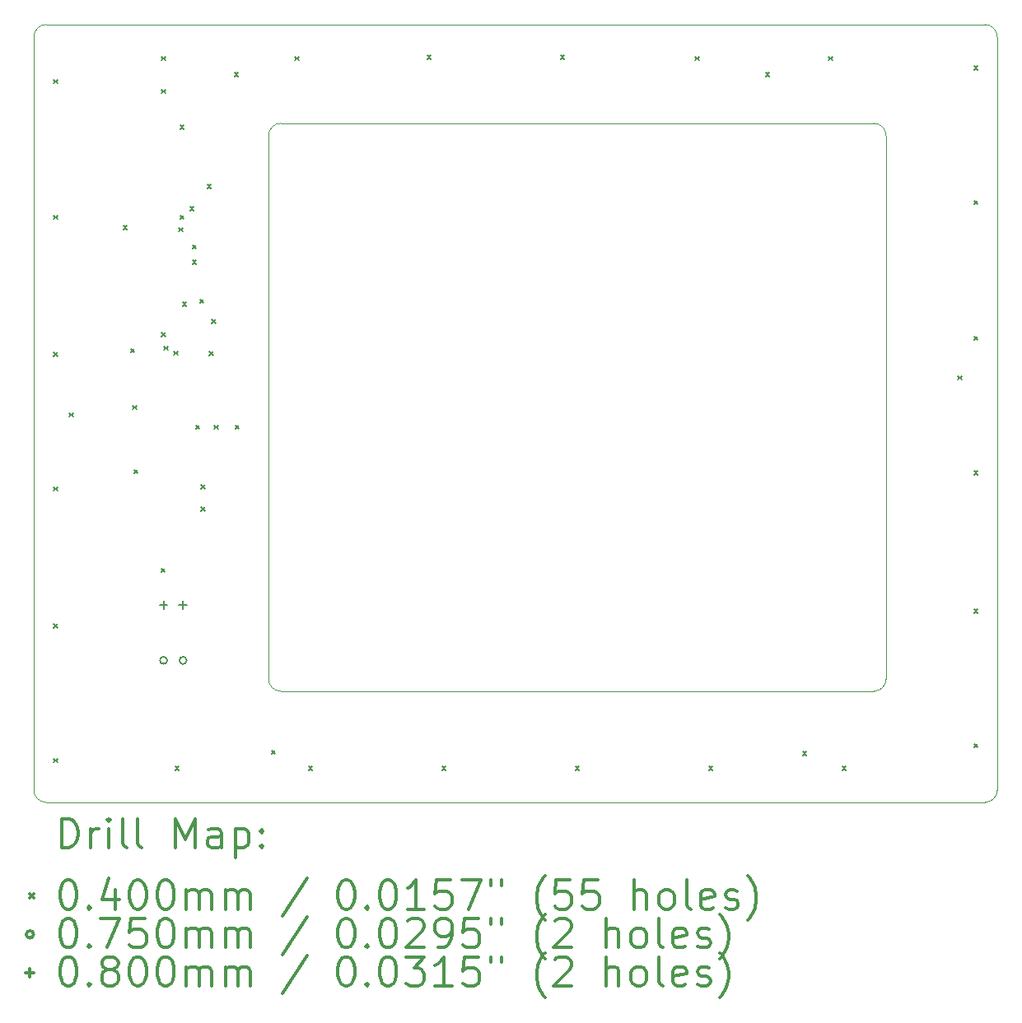
<source format=gbr>
%FSLAX45Y45*%
G04 Gerber Fmt 4.5, Leading zero omitted, Abs format (unit mm)*
G04 Created by KiCad (PCBNEW 5.1.10) date 2021-05-09 13:28:22*
%MOMM*%
%LPD*%
G01*
G04 APERTURE LIST*
%TA.AperFunction,Profile*%
%ADD10C,0.050000*%
%TD*%
%ADD11C,0.200000*%
%ADD12C,0.300000*%
G04 APERTURE END LIST*
D10*
X12954000Y-2794000D02*
G75*
G02*
X13081000Y-2921000I0J-127000D01*
G01*
X13081000Y-10668000D02*
G75*
G02*
X12954000Y-10795000I-127000J0D01*
G01*
X3302000Y-10795000D02*
G75*
G02*
X3175000Y-10668000I0J127000D01*
G01*
X3175000Y-2921000D02*
G75*
G02*
X3302000Y-2794000I127000J0D01*
G01*
X11811000Y-3810000D02*
G75*
G02*
X11938000Y-3937000I0J-127000D01*
G01*
X11938000Y-9525000D02*
G75*
G02*
X11811000Y-9652000I-127000J0D01*
G01*
X5715000Y-9652000D02*
G75*
G02*
X5588000Y-9525000I0J127000D01*
G01*
X5588000Y-3937000D02*
G75*
G02*
X5715000Y-3810000I127000J0D01*
G01*
X11938000Y-3937000D02*
X11938000Y-4572000D01*
X5715000Y-3810000D02*
X11811000Y-3810000D01*
X5588000Y-4572000D02*
X5588000Y-3937000D01*
X5588000Y-4572000D02*
X5588000Y-9525000D01*
X11811000Y-9652000D02*
X5715000Y-9652000D01*
X11938000Y-4572000D02*
X11938000Y-9525000D01*
X3175000Y-10668000D02*
X3175000Y-2921000D01*
X12954000Y-10795000D02*
X3302000Y-10795000D01*
X13081000Y-2921000D02*
X13081000Y-10668000D01*
X3302000Y-2794000D02*
X12954000Y-2794000D01*
D11*
X3376000Y-3358200D02*
X3416000Y-3398200D01*
X3416000Y-3358200D02*
X3376000Y-3398200D01*
X3376000Y-4755200D02*
X3416000Y-4795200D01*
X3416000Y-4755200D02*
X3376000Y-4795200D01*
X3376000Y-6164900D02*
X3416000Y-6204900D01*
X3416000Y-6164900D02*
X3376000Y-6204900D01*
X3376000Y-7549200D02*
X3416000Y-7589200D01*
X3416000Y-7549200D02*
X3376000Y-7589200D01*
X3376000Y-8958900D02*
X3416000Y-8998900D01*
X3416000Y-8958900D02*
X3376000Y-8998900D01*
X3376000Y-10343200D02*
X3416000Y-10383200D01*
X3416000Y-10343200D02*
X3376000Y-10383200D01*
X3541100Y-6787200D02*
X3581100Y-6827200D01*
X3581100Y-6787200D02*
X3541100Y-6827200D01*
X4094800Y-4864400D02*
X4134800Y-4904400D01*
X4134800Y-4864400D02*
X4094800Y-4904400D01*
X4171000Y-6126800D02*
X4211000Y-6166800D01*
X4211000Y-6126800D02*
X4171000Y-6166800D01*
X4191300Y-6711000D02*
X4231300Y-6751000D01*
X4231300Y-6711000D02*
X4191300Y-6751000D01*
X4204000Y-7371400D02*
X4244000Y-7411400D01*
X4244000Y-7371400D02*
X4204000Y-7411400D01*
X4483400Y-8387400D02*
X4523400Y-8427400D01*
X4523400Y-8387400D02*
X4483400Y-8427400D01*
X4488500Y-3122000D02*
X4528500Y-3162000D01*
X4528500Y-3122000D02*
X4488500Y-3162000D01*
X4488500Y-3459800D02*
X4528500Y-3499800D01*
X4528500Y-3459800D02*
X4488500Y-3499800D01*
X4488500Y-5961700D02*
X4528500Y-6001700D01*
X4528500Y-5961700D02*
X4488500Y-6001700D01*
X4513900Y-6101400D02*
X4553900Y-6141400D01*
X4553900Y-6101400D02*
X4513900Y-6141400D01*
X4615500Y-6152200D02*
X4655500Y-6192200D01*
X4655500Y-6152200D02*
X4615500Y-6192200D01*
X4628200Y-10427000D02*
X4668200Y-10467000D01*
X4668200Y-10427000D02*
X4628200Y-10467000D01*
X4666300Y-4882200D02*
X4706300Y-4922200D01*
X4706300Y-4882200D02*
X4666300Y-4922200D01*
X4679000Y-3828100D02*
X4719000Y-3868100D01*
X4719000Y-3828100D02*
X4679000Y-3868100D01*
X4679000Y-4755200D02*
X4719000Y-4795200D01*
X4719000Y-4755200D02*
X4679000Y-4795200D01*
X4704400Y-5651820D02*
X4744400Y-5691820D01*
X4744400Y-5651820D02*
X4704400Y-5691820D01*
X4780600Y-4666300D02*
X4820600Y-4706300D01*
X4820600Y-4666300D02*
X4780600Y-4706300D01*
X4806000Y-5060000D02*
X4846000Y-5100000D01*
X4846000Y-5060000D02*
X4806000Y-5100000D01*
X4806000Y-5217500D02*
X4846000Y-5257500D01*
X4846000Y-5217500D02*
X4806000Y-5257500D01*
X4839000Y-6914200D02*
X4879000Y-6954200D01*
X4879000Y-6914200D02*
X4839000Y-6954200D01*
X4882200Y-5618800D02*
X4922200Y-5658800D01*
X4922200Y-5618800D02*
X4882200Y-5658800D01*
X4894900Y-7528900D02*
X4934900Y-7568900D01*
X4934900Y-7528900D02*
X4894900Y-7568900D01*
X4894900Y-7757500D02*
X4934900Y-7797500D01*
X4934900Y-7757500D02*
X4894900Y-7797500D01*
X4958400Y-4437700D02*
X4998400Y-4477700D01*
X4998400Y-4437700D02*
X4958400Y-4477700D01*
X4976180Y-6154740D02*
X5016180Y-6194740D01*
X5016180Y-6154740D02*
X4976180Y-6194740D01*
X5006660Y-5827080D02*
X5046660Y-5867080D01*
X5046660Y-5827080D02*
X5006660Y-5867080D01*
X5029500Y-6914200D02*
X5069500Y-6954200D01*
X5069500Y-6914200D02*
X5029500Y-6954200D01*
X5237800Y-3287100D02*
X5277800Y-3327100D01*
X5277800Y-3287100D02*
X5237800Y-3327100D01*
X5245400Y-6914200D02*
X5285400Y-6954200D01*
X5285400Y-6914200D02*
X5245400Y-6954200D01*
X5618800Y-10259400D02*
X5658800Y-10299400D01*
X5658800Y-10259400D02*
X5618800Y-10299400D01*
X5860100Y-3122000D02*
X5900100Y-3162000D01*
X5900100Y-3122000D02*
X5860100Y-3162000D01*
X5999800Y-10427000D02*
X6039800Y-10467000D01*
X6039800Y-10427000D02*
X5999800Y-10467000D01*
X7219000Y-3109300D02*
X7259000Y-3149300D01*
X7259000Y-3109300D02*
X7219000Y-3149300D01*
X7371400Y-10427000D02*
X7411400Y-10467000D01*
X7411400Y-10427000D02*
X7371400Y-10467000D01*
X8590600Y-3109300D02*
X8630600Y-3149300D01*
X8630600Y-3109300D02*
X8590600Y-3149300D01*
X8743000Y-10427000D02*
X8783000Y-10467000D01*
X8783000Y-10427000D02*
X8743000Y-10467000D01*
X9974900Y-3122000D02*
X10014900Y-3162000D01*
X10014900Y-3122000D02*
X9974900Y-3162000D01*
X10114600Y-10427000D02*
X10154600Y-10467000D01*
X10154600Y-10427000D02*
X10114600Y-10467000D01*
X10698800Y-3287100D02*
X10738800Y-3327100D01*
X10738800Y-3287100D02*
X10698800Y-3327100D01*
X11079800Y-10272100D02*
X11119800Y-10312100D01*
X11119800Y-10272100D02*
X11079800Y-10312100D01*
X11346500Y-3122000D02*
X11386500Y-3162000D01*
X11386500Y-3122000D02*
X11346500Y-3162000D01*
X11486200Y-10427000D02*
X11526200Y-10467000D01*
X11526200Y-10427000D02*
X11486200Y-10467000D01*
X12672400Y-6406200D02*
X12712400Y-6446200D01*
X12712400Y-6406200D02*
X12672400Y-6446200D01*
X12840000Y-3218500D02*
X12880000Y-3258500D01*
X12880000Y-3218500D02*
X12840000Y-3258500D01*
X12840000Y-4602800D02*
X12880000Y-4642800D01*
X12880000Y-4602800D02*
X12840000Y-4642800D01*
X12840000Y-5999800D02*
X12880000Y-6039800D01*
X12880000Y-5999800D02*
X12840000Y-6039800D01*
X12840000Y-7384100D02*
X12880000Y-7424100D01*
X12880000Y-7384100D02*
X12840000Y-7424100D01*
X12840000Y-8806500D02*
X12880000Y-8846500D01*
X12880000Y-8806500D02*
X12840000Y-8846500D01*
X12840000Y-10190800D02*
X12880000Y-10230800D01*
X12880000Y-10190800D02*
X12840000Y-10230800D01*
X4546000Y-9334500D02*
G75*
G03*
X4546000Y-9334500I-37500J0D01*
G01*
X4746000Y-9334500D02*
G75*
G03*
X4746000Y-9334500I-37500J0D01*
G01*
X4508500Y-8723000D02*
X4508500Y-8803000D01*
X4468500Y-8763000D02*
X4548500Y-8763000D01*
X4708500Y-8723000D02*
X4708500Y-8803000D01*
X4668500Y-8763000D02*
X4748500Y-8763000D01*
D12*
X3458928Y-11263214D02*
X3458928Y-10963214D01*
X3530357Y-10963214D01*
X3573214Y-10977500D01*
X3601786Y-11006072D01*
X3616071Y-11034643D01*
X3630357Y-11091786D01*
X3630357Y-11134643D01*
X3616071Y-11191786D01*
X3601786Y-11220357D01*
X3573214Y-11248929D01*
X3530357Y-11263214D01*
X3458928Y-11263214D01*
X3758928Y-11263214D02*
X3758928Y-11063214D01*
X3758928Y-11120357D02*
X3773214Y-11091786D01*
X3787500Y-11077500D01*
X3816071Y-11063214D01*
X3844643Y-11063214D01*
X3944643Y-11263214D02*
X3944643Y-11063214D01*
X3944643Y-10963214D02*
X3930357Y-10977500D01*
X3944643Y-10991786D01*
X3958928Y-10977500D01*
X3944643Y-10963214D01*
X3944643Y-10991786D01*
X4130357Y-11263214D02*
X4101786Y-11248929D01*
X4087500Y-11220357D01*
X4087500Y-10963214D01*
X4287500Y-11263214D02*
X4258928Y-11248929D01*
X4244643Y-11220357D01*
X4244643Y-10963214D01*
X4630357Y-11263214D02*
X4630357Y-10963214D01*
X4730357Y-11177500D01*
X4830357Y-10963214D01*
X4830357Y-11263214D01*
X5101786Y-11263214D02*
X5101786Y-11106072D01*
X5087500Y-11077500D01*
X5058928Y-11063214D01*
X5001786Y-11063214D01*
X4973214Y-11077500D01*
X5101786Y-11248929D02*
X5073214Y-11263214D01*
X5001786Y-11263214D01*
X4973214Y-11248929D01*
X4958928Y-11220357D01*
X4958928Y-11191786D01*
X4973214Y-11163214D01*
X5001786Y-11148929D01*
X5073214Y-11148929D01*
X5101786Y-11134643D01*
X5244643Y-11063214D02*
X5244643Y-11363214D01*
X5244643Y-11077500D02*
X5273214Y-11063214D01*
X5330357Y-11063214D01*
X5358928Y-11077500D01*
X5373214Y-11091786D01*
X5387500Y-11120357D01*
X5387500Y-11206071D01*
X5373214Y-11234643D01*
X5358928Y-11248929D01*
X5330357Y-11263214D01*
X5273214Y-11263214D01*
X5244643Y-11248929D01*
X5516071Y-11234643D02*
X5530357Y-11248929D01*
X5516071Y-11263214D01*
X5501786Y-11248929D01*
X5516071Y-11234643D01*
X5516071Y-11263214D01*
X5516071Y-11077500D02*
X5530357Y-11091786D01*
X5516071Y-11106072D01*
X5501786Y-11091786D01*
X5516071Y-11077500D01*
X5516071Y-11106072D01*
X3132500Y-11737500D02*
X3172500Y-11777500D01*
X3172500Y-11737500D02*
X3132500Y-11777500D01*
X3516071Y-11593214D02*
X3544643Y-11593214D01*
X3573214Y-11607500D01*
X3587500Y-11621786D01*
X3601786Y-11650357D01*
X3616071Y-11707500D01*
X3616071Y-11778929D01*
X3601786Y-11836071D01*
X3587500Y-11864643D01*
X3573214Y-11878929D01*
X3544643Y-11893214D01*
X3516071Y-11893214D01*
X3487500Y-11878929D01*
X3473214Y-11864643D01*
X3458928Y-11836071D01*
X3444643Y-11778929D01*
X3444643Y-11707500D01*
X3458928Y-11650357D01*
X3473214Y-11621786D01*
X3487500Y-11607500D01*
X3516071Y-11593214D01*
X3744643Y-11864643D02*
X3758928Y-11878929D01*
X3744643Y-11893214D01*
X3730357Y-11878929D01*
X3744643Y-11864643D01*
X3744643Y-11893214D01*
X4016071Y-11693214D02*
X4016071Y-11893214D01*
X3944643Y-11578929D02*
X3873214Y-11793214D01*
X4058928Y-11793214D01*
X4230357Y-11593214D02*
X4258928Y-11593214D01*
X4287500Y-11607500D01*
X4301786Y-11621786D01*
X4316071Y-11650357D01*
X4330357Y-11707500D01*
X4330357Y-11778929D01*
X4316071Y-11836071D01*
X4301786Y-11864643D01*
X4287500Y-11878929D01*
X4258928Y-11893214D01*
X4230357Y-11893214D01*
X4201786Y-11878929D01*
X4187500Y-11864643D01*
X4173214Y-11836071D01*
X4158928Y-11778929D01*
X4158928Y-11707500D01*
X4173214Y-11650357D01*
X4187500Y-11621786D01*
X4201786Y-11607500D01*
X4230357Y-11593214D01*
X4516071Y-11593214D02*
X4544643Y-11593214D01*
X4573214Y-11607500D01*
X4587500Y-11621786D01*
X4601786Y-11650357D01*
X4616071Y-11707500D01*
X4616071Y-11778929D01*
X4601786Y-11836071D01*
X4587500Y-11864643D01*
X4573214Y-11878929D01*
X4544643Y-11893214D01*
X4516071Y-11893214D01*
X4487500Y-11878929D01*
X4473214Y-11864643D01*
X4458928Y-11836071D01*
X4444643Y-11778929D01*
X4444643Y-11707500D01*
X4458928Y-11650357D01*
X4473214Y-11621786D01*
X4487500Y-11607500D01*
X4516071Y-11593214D01*
X4744643Y-11893214D02*
X4744643Y-11693214D01*
X4744643Y-11721786D02*
X4758928Y-11707500D01*
X4787500Y-11693214D01*
X4830357Y-11693214D01*
X4858928Y-11707500D01*
X4873214Y-11736071D01*
X4873214Y-11893214D01*
X4873214Y-11736071D02*
X4887500Y-11707500D01*
X4916071Y-11693214D01*
X4958928Y-11693214D01*
X4987500Y-11707500D01*
X5001786Y-11736071D01*
X5001786Y-11893214D01*
X5144643Y-11893214D02*
X5144643Y-11693214D01*
X5144643Y-11721786D02*
X5158928Y-11707500D01*
X5187500Y-11693214D01*
X5230357Y-11693214D01*
X5258928Y-11707500D01*
X5273214Y-11736071D01*
X5273214Y-11893214D01*
X5273214Y-11736071D02*
X5287500Y-11707500D01*
X5316071Y-11693214D01*
X5358928Y-11693214D01*
X5387500Y-11707500D01*
X5401786Y-11736071D01*
X5401786Y-11893214D01*
X5987500Y-11578929D02*
X5730357Y-11964643D01*
X6373214Y-11593214D02*
X6401786Y-11593214D01*
X6430357Y-11607500D01*
X6444643Y-11621786D01*
X6458928Y-11650357D01*
X6473214Y-11707500D01*
X6473214Y-11778929D01*
X6458928Y-11836071D01*
X6444643Y-11864643D01*
X6430357Y-11878929D01*
X6401786Y-11893214D01*
X6373214Y-11893214D01*
X6344643Y-11878929D01*
X6330357Y-11864643D01*
X6316071Y-11836071D01*
X6301786Y-11778929D01*
X6301786Y-11707500D01*
X6316071Y-11650357D01*
X6330357Y-11621786D01*
X6344643Y-11607500D01*
X6373214Y-11593214D01*
X6601786Y-11864643D02*
X6616071Y-11878929D01*
X6601786Y-11893214D01*
X6587500Y-11878929D01*
X6601786Y-11864643D01*
X6601786Y-11893214D01*
X6801786Y-11593214D02*
X6830357Y-11593214D01*
X6858928Y-11607500D01*
X6873214Y-11621786D01*
X6887500Y-11650357D01*
X6901786Y-11707500D01*
X6901786Y-11778929D01*
X6887500Y-11836071D01*
X6873214Y-11864643D01*
X6858928Y-11878929D01*
X6830357Y-11893214D01*
X6801786Y-11893214D01*
X6773214Y-11878929D01*
X6758928Y-11864643D01*
X6744643Y-11836071D01*
X6730357Y-11778929D01*
X6730357Y-11707500D01*
X6744643Y-11650357D01*
X6758928Y-11621786D01*
X6773214Y-11607500D01*
X6801786Y-11593214D01*
X7187500Y-11893214D02*
X7016071Y-11893214D01*
X7101786Y-11893214D02*
X7101786Y-11593214D01*
X7073214Y-11636071D01*
X7044643Y-11664643D01*
X7016071Y-11678929D01*
X7458928Y-11593214D02*
X7316071Y-11593214D01*
X7301786Y-11736071D01*
X7316071Y-11721786D01*
X7344643Y-11707500D01*
X7416071Y-11707500D01*
X7444643Y-11721786D01*
X7458928Y-11736071D01*
X7473214Y-11764643D01*
X7473214Y-11836071D01*
X7458928Y-11864643D01*
X7444643Y-11878929D01*
X7416071Y-11893214D01*
X7344643Y-11893214D01*
X7316071Y-11878929D01*
X7301786Y-11864643D01*
X7573214Y-11593214D02*
X7773214Y-11593214D01*
X7644643Y-11893214D01*
X7873214Y-11593214D02*
X7873214Y-11650357D01*
X7987500Y-11593214D02*
X7987500Y-11650357D01*
X8430357Y-12007500D02*
X8416071Y-11993214D01*
X8387500Y-11950357D01*
X8373214Y-11921786D01*
X8358928Y-11878929D01*
X8344643Y-11807500D01*
X8344643Y-11750357D01*
X8358928Y-11678929D01*
X8373214Y-11636071D01*
X8387500Y-11607500D01*
X8416071Y-11564643D01*
X8430357Y-11550357D01*
X8687500Y-11593214D02*
X8544643Y-11593214D01*
X8530357Y-11736071D01*
X8544643Y-11721786D01*
X8573214Y-11707500D01*
X8644643Y-11707500D01*
X8673214Y-11721786D01*
X8687500Y-11736071D01*
X8701786Y-11764643D01*
X8701786Y-11836071D01*
X8687500Y-11864643D01*
X8673214Y-11878929D01*
X8644643Y-11893214D01*
X8573214Y-11893214D01*
X8544643Y-11878929D01*
X8530357Y-11864643D01*
X8973214Y-11593214D02*
X8830357Y-11593214D01*
X8816071Y-11736071D01*
X8830357Y-11721786D01*
X8858928Y-11707500D01*
X8930357Y-11707500D01*
X8958928Y-11721786D01*
X8973214Y-11736071D01*
X8987500Y-11764643D01*
X8987500Y-11836071D01*
X8973214Y-11864643D01*
X8958928Y-11878929D01*
X8930357Y-11893214D01*
X8858928Y-11893214D01*
X8830357Y-11878929D01*
X8816071Y-11864643D01*
X9344643Y-11893214D02*
X9344643Y-11593214D01*
X9473214Y-11893214D02*
X9473214Y-11736071D01*
X9458928Y-11707500D01*
X9430357Y-11693214D01*
X9387500Y-11693214D01*
X9358928Y-11707500D01*
X9344643Y-11721786D01*
X9658928Y-11893214D02*
X9630357Y-11878929D01*
X9616071Y-11864643D01*
X9601786Y-11836071D01*
X9601786Y-11750357D01*
X9616071Y-11721786D01*
X9630357Y-11707500D01*
X9658928Y-11693214D01*
X9701786Y-11693214D01*
X9730357Y-11707500D01*
X9744643Y-11721786D01*
X9758928Y-11750357D01*
X9758928Y-11836071D01*
X9744643Y-11864643D01*
X9730357Y-11878929D01*
X9701786Y-11893214D01*
X9658928Y-11893214D01*
X9930357Y-11893214D02*
X9901786Y-11878929D01*
X9887500Y-11850357D01*
X9887500Y-11593214D01*
X10158928Y-11878929D02*
X10130357Y-11893214D01*
X10073214Y-11893214D01*
X10044643Y-11878929D01*
X10030357Y-11850357D01*
X10030357Y-11736071D01*
X10044643Y-11707500D01*
X10073214Y-11693214D01*
X10130357Y-11693214D01*
X10158928Y-11707500D01*
X10173214Y-11736071D01*
X10173214Y-11764643D01*
X10030357Y-11793214D01*
X10287500Y-11878929D02*
X10316071Y-11893214D01*
X10373214Y-11893214D01*
X10401786Y-11878929D01*
X10416071Y-11850357D01*
X10416071Y-11836071D01*
X10401786Y-11807500D01*
X10373214Y-11793214D01*
X10330357Y-11793214D01*
X10301786Y-11778929D01*
X10287500Y-11750357D01*
X10287500Y-11736071D01*
X10301786Y-11707500D01*
X10330357Y-11693214D01*
X10373214Y-11693214D01*
X10401786Y-11707500D01*
X10516071Y-12007500D02*
X10530357Y-11993214D01*
X10558928Y-11950357D01*
X10573214Y-11921786D01*
X10587500Y-11878929D01*
X10601786Y-11807500D01*
X10601786Y-11750357D01*
X10587500Y-11678929D01*
X10573214Y-11636071D01*
X10558928Y-11607500D01*
X10530357Y-11564643D01*
X10516071Y-11550357D01*
X3172500Y-12153500D02*
G75*
G03*
X3172500Y-12153500I-37500J0D01*
G01*
X3516071Y-11989214D02*
X3544643Y-11989214D01*
X3573214Y-12003500D01*
X3587500Y-12017786D01*
X3601786Y-12046357D01*
X3616071Y-12103500D01*
X3616071Y-12174929D01*
X3601786Y-12232071D01*
X3587500Y-12260643D01*
X3573214Y-12274929D01*
X3544643Y-12289214D01*
X3516071Y-12289214D01*
X3487500Y-12274929D01*
X3473214Y-12260643D01*
X3458928Y-12232071D01*
X3444643Y-12174929D01*
X3444643Y-12103500D01*
X3458928Y-12046357D01*
X3473214Y-12017786D01*
X3487500Y-12003500D01*
X3516071Y-11989214D01*
X3744643Y-12260643D02*
X3758928Y-12274929D01*
X3744643Y-12289214D01*
X3730357Y-12274929D01*
X3744643Y-12260643D01*
X3744643Y-12289214D01*
X3858928Y-11989214D02*
X4058928Y-11989214D01*
X3930357Y-12289214D01*
X4316071Y-11989214D02*
X4173214Y-11989214D01*
X4158928Y-12132071D01*
X4173214Y-12117786D01*
X4201786Y-12103500D01*
X4273214Y-12103500D01*
X4301786Y-12117786D01*
X4316071Y-12132071D01*
X4330357Y-12160643D01*
X4330357Y-12232071D01*
X4316071Y-12260643D01*
X4301786Y-12274929D01*
X4273214Y-12289214D01*
X4201786Y-12289214D01*
X4173214Y-12274929D01*
X4158928Y-12260643D01*
X4516071Y-11989214D02*
X4544643Y-11989214D01*
X4573214Y-12003500D01*
X4587500Y-12017786D01*
X4601786Y-12046357D01*
X4616071Y-12103500D01*
X4616071Y-12174929D01*
X4601786Y-12232071D01*
X4587500Y-12260643D01*
X4573214Y-12274929D01*
X4544643Y-12289214D01*
X4516071Y-12289214D01*
X4487500Y-12274929D01*
X4473214Y-12260643D01*
X4458928Y-12232071D01*
X4444643Y-12174929D01*
X4444643Y-12103500D01*
X4458928Y-12046357D01*
X4473214Y-12017786D01*
X4487500Y-12003500D01*
X4516071Y-11989214D01*
X4744643Y-12289214D02*
X4744643Y-12089214D01*
X4744643Y-12117786D02*
X4758928Y-12103500D01*
X4787500Y-12089214D01*
X4830357Y-12089214D01*
X4858928Y-12103500D01*
X4873214Y-12132071D01*
X4873214Y-12289214D01*
X4873214Y-12132071D02*
X4887500Y-12103500D01*
X4916071Y-12089214D01*
X4958928Y-12089214D01*
X4987500Y-12103500D01*
X5001786Y-12132071D01*
X5001786Y-12289214D01*
X5144643Y-12289214D02*
X5144643Y-12089214D01*
X5144643Y-12117786D02*
X5158928Y-12103500D01*
X5187500Y-12089214D01*
X5230357Y-12089214D01*
X5258928Y-12103500D01*
X5273214Y-12132071D01*
X5273214Y-12289214D01*
X5273214Y-12132071D02*
X5287500Y-12103500D01*
X5316071Y-12089214D01*
X5358928Y-12089214D01*
X5387500Y-12103500D01*
X5401786Y-12132071D01*
X5401786Y-12289214D01*
X5987500Y-11974929D02*
X5730357Y-12360643D01*
X6373214Y-11989214D02*
X6401786Y-11989214D01*
X6430357Y-12003500D01*
X6444643Y-12017786D01*
X6458928Y-12046357D01*
X6473214Y-12103500D01*
X6473214Y-12174929D01*
X6458928Y-12232071D01*
X6444643Y-12260643D01*
X6430357Y-12274929D01*
X6401786Y-12289214D01*
X6373214Y-12289214D01*
X6344643Y-12274929D01*
X6330357Y-12260643D01*
X6316071Y-12232071D01*
X6301786Y-12174929D01*
X6301786Y-12103500D01*
X6316071Y-12046357D01*
X6330357Y-12017786D01*
X6344643Y-12003500D01*
X6373214Y-11989214D01*
X6601786Y-12260643D02*
X6616071Y-12274929D01*
X6601786Y-12289214D01*
X6587500Y-12274929D01*
X6601786Y-12260643D01*
X6601786Y-12289214D01*
X6801786Y-11989214D02*
X6830357Y-11989214D01*
X6858928Y-12003500D01*
X6873214Y-12017786D01*
X6887500Y-12046357D01*
X6901786Y-12103500D01*
X6901786Y-12174929D01*
X6887500Y-12232071D01*
X6873214Y-12260643D01*
X6858928Y-12274929D01*
X6830357Y-12289214D01*
X6801786Y-12289214D01*
X6773214Y-12274929D01*
X6758928Y-12260643D01*
X6744643Y-12232071D01*
X6730357Y-12174929D01*
X6730357Y-12103500D01*
X6744643Y-12046357D01*
X6758928Y-12017786D01*
X6773214Y-12003500D01*
X6801786Y-11989214D01*
X7016071Y-12017786D02*
X7030357Y-12003500D01*
X7058928Y-11989214D01*
X7130357Y-11989214D01*
X7158928Y-12003500D01*
X7173214Y-12017786D01*
X7187500Y-12046357D01*
X7187500Y-12074929D01*
X7173214Y-12117786D01*
X7001786Y-12289214D01*
X7187500Y-12289214D01*
X7330357Y-12289214D02*
X7387500Y-12289214D01*
X7416071Y-12274929D01*
X7430357Y-12260643D01*
X7458928Y-12217786D01*
X7473214Y-12160643D01*
X7473214Y-12046357D01*
X7458928Y-12017786D01*
X7444643Y-12003500D01*
X7416071Y-11989214D01*
X7358928Y-11989214D01*
X7330357Y-12003500D01*
X7316071Y-12017786D01*
X7301786Y-12046357D01*
X7301786Y-12117786D01*
X7316071Y-12146357D01*
X7330357Y-12160643D01*
X7358928Y-12174929D01*
X7416071Y-12174929D01*
X7444643Y-12160643D01*
X7458928Y-12146357D01*
X7473214Y-12117786D01*
X7744643Y-11989214D02*
X7601786Y-11989214D01*
X7587500Y-12132071D01*
X7601786Y-12117786D01*
X7630357Y-12103500D01*
X7701786Y-12103500D01*
X7730357Y-12117786D01*
X7744643Y-12132071D01*
X7758928Y-12160643D01*
X7758928Y-12232071D01*
X7744643Y-12260643D01*
X7730357Y-12274929D01*
X7701786Y-12289214D01*
X7630357Y-12289214D01*
X7601786Y-12274929D01*
X7587500Y-12260643D01*
X7873214Y-11989214D02*
X7873214Y-12046357D01*
X7987500Y-11989214D02*
X7987500Y-12046357D01*
X8430357Y-12403500D02*
X8416071Y-12389214D01*
X8387500Y-12346357D01*
X8373214Y-12317786D01*
X8358928Y-12274929D01*
X8344643Y-12203500D01*
X8344643Y-12146357D01*
X8358928Y-12074929D01*
X8373214Y-12032071D01*
X8387500Y-12003500D01*
X8416071Y-11960643D01*
X8430357Y-11946357D01*
X8530357Y-12017786D02*
X8544643Y-12003500D01*
X8573214Y-11989214D01*
X8644643Y-11989214D01*
X8673214Y-12003500D01*
X8687500Y-12017786D01*
X8701786Y-12046357D01*
X8701786Y-12074929D01*
X8687500Y-12117786D01*
X8516071Y-12289214D01*
X8701786Y-12289214D01*
X9058928Y-12289214D02*
X9058928Y-11989214D01*
X9187500Y-12289214D02*
X9187500Y-12132071D01*
X9173214Y-12103500D01*
X9144643Y-12089214D01*
X9101786Y-12089214D01*
X9073214Y-12103500D01*
X9058928Y-12117786D01*
X9373214Y-12289214D02*
X9344643Y-12274929D01*
X9330357Y-12260643D01*
X9316071Y-12232071D01*
X9316071Y-12146357D01*
X9330357Y-12117786D01*
X9344643Y-12103500D01*
X9373214Y-12089214D01*
X9416071Y-12089214D01*
X9444643Y-12103500D01*
X9458928Y-12117786D01*
X9473214Y-12146357D01*
X9473214Y-12232071D01*
X9458928Y-12260643D01*
X9444643Y-12274929D01*
X9416071Y-12289214D01*
X9373214Y-12289214D01*
X9644643Y-12289214D02*
X9616071Y-12274929D01*
X9601786Y-12246357D01*
X9601786Y-11989214D01*
X9873214Y-12274929D02*
X9844643Y-12289214D01*
X9787500Y-12289214D01*
X9758928Y-12274929D01*
X9744643Y-12246357D01*
X9744643Y-12132071D01*
X9758928Y-12103500D01*
X9787500Y-12089214D01*
X9844643Y-12089214D01*
X9873214Y-12103500D01*
X9887500Y-12132071D01*
X9887500Y-12160643D01*
X9744643Y-12189214D01*
X10001786Y-12274929D02*
X10030357Y-12289214D01*
X10087500Y-12289214D01*
X10116071Y-12274929D01*
X10130357Y-12246357D01*
X10130357Y-12232071D01*
X10116071Y-12203500D01*
X10087500Y-12189214D01*
X10044643Y-12189214D01*
X10016071Y-12174929D01*
X10001786Y-12146357D01*
X10001786Y-12132071D01*
X10016071Y-12103500D01*
X10044643Y-12089214D01*
X10087500Y-12089214D01*
X10116071Y-12103500D01*
X10230357Y-12403500D02*
X10244643Y-12389214D01*
X10273214Y-12346357D01*
X10287500Y-12317786D01*
X10301786Y-12274929D01*
X10316071Y-12203500D01*
X10316071Y-12146357D01*
X10301786Y-12074929D01*
X10287500Y-12032071D01*
X10273214Y-12003500D01*
X10244643Y-11960643D01*
X10230357Y-11946357D01*
X3132500Y-12509500D02*
X3132500Y-12589500D01*
X3092500Y-12549500D02*
X3172500Y-12549500D01*
X3516071Y-12385214D02*
X3544643Y-12385214D01*
X3573214Y-12399500D01*
X3587500Y-12413786D01*
X3601786Y-12442357D01*
X3616071Y-12499500D01*
X3616071Y-12570929D01*
X3601786Y-12628071D01*
X3587500Y-12656643D01*
X3573214Y-12670929D01*
X3544643Y-12685214D01*
X3516071Y-12685214D01*
X3487500Y-12670929D01*
X3473214Y-12656643D01*
X3458928Y-12628071D01*
X3444643Y-12570929D01*
X3444643Y-12499500D01*
X3458928Y-12442357D01*
X3473214Y-12413786D01*
X3487500Y-12399500D01*
X3516071Y-12385214D01*
X3744643Y-12656643D02*
X3758928Y-12670929D01*
X3744643Y-12685214D01*
X3730357Y-12670929D01*
X3744643Y-12656643D01*
X3744643Y-12685214D01*
X3930357Y-12513786D02*
X3901786Y-12499500D01*
X3887500Y-12485214D01*
X3873214Y-12456643D01*
X3873214Y-12442357D01*
X3887500Y-12413786D01*
X3901786Y-12399500D01*
X3930357Y-12385214D01*
X3987500Y-12385214D01*
X4016071Y-12399500D01*
X4030357Y-12413786D01*
X4044643Y-12442357D01*
X4044643Y-12456643D01*
X4030357Y-12485214D01*
X4016071Y-12499500D01*
X3987500Y-12513786D01*
X3930357Y-12513786D01*
X3901786Y-12528071D01*
X3887500Y-12542357D01*
X3873214Y-12570929D01*
X3873214Y-12628071D01*
X3887500Y-12656643D01*
X3901786Y-12670929D01*
X3930357Y-12685214D01*
X3987500Y-12685214D01*
X4016071Y-12670929D01*
X4030357Y-12656643D01*
X4044643Y-12628071D01*
X4044643Y-12570929D01*
X4030357Y-12542357D01*
X4016071Y-12528071D01*
X3987500Y-12513786D01*
X4230357Y-12385214D02*
X4258928Y-12385214D01*
X4287500Y-12399500D01*
X4301786Y-12413786D01*
X4316071Y-12442357D01*
X4330357Y-12499500D01*
X4330357Y-12570929D01*
X4316071Y-12628071D01*
X4301786Y-12656643D01*
X4287500Y-12670929D01*
X4258928Y-12685214D01*
X4230357Y-12685214D01*
X4201786Y-12670929D01*
X4187500Y-12656643D01*
X4173214Y-12628071D01*
X4158928Y-12570929D01*
X4158928Y-12499500D01*
X4173214Y-12442357D01*
X4187500Y-12413786D01*
X4201786Y-12399500D01*
X4230357Y-12385214D01*
X4516071Y-12385214D02*
X4544643Y-12385214D01*
X4573214Y-12399500D01*
X4587500Y-12413786D01*
X4601786Y-12442357D01*
X4616071Y-12499500D01*
X4616071Y-12570929D01*
X4601786Y-12628071D01*
X4587500Y-12656643D01*
X4573214Y-12670929D01*
X4544643Y-12685214D01*
X4516071Y-12685214D01*
X4487500Y-12670929D01*
X4473214Y-12656643D01*
X4458928Y-12628071D01*
X4444643Y-12570929D01*
X4444643Y-12499500D01*
X4458928Y-12442357D01*
X4473214Y-12413786D01*
X4487500Y-12399500D01*
X4516071Y-12385214D01*
X4744643Y-12685214D02*
X4744643Y-12485214D01*
X4744643Y-12513786D02*
X4758928Y-12499500D01*
X4787500Y-12485214D01*
X4830357Y-12485214D01*
X4858928Y-12499500D01*
X4873214Y-12528071D01*
X4873214Y-12685214D01*
X4873214Y-12528071D02*
X4887500Y-12499500D01*
X4916071Y-12485214D01*
X4958928Y-12485214D01*
X4987500Y-12499500D01*
X5001786Y-12528071D01*
X5001786Y-12685214D01*
X5144643Y-12685214D02*
X5144643Y-12485214D01*
X5144643Y-12513786D02*
X5158928Y-12499500D01*
X5187500Y-12485214D01*
X5230357Y-12485214D01*
X5258928Y-12499500D01*
X5273214Y-12528071D01*
X5273214Y-12685214D01*
X5273214Y-12528071D02*
X5287500Y-12499500D01*
X5316071Y-12485214D01*
X5358928Y-12485214D01*
X5387500Y-12499500D01*
X5401786Y-12528071D01*
X5401786Y-12685214D01*
X5987500Y-12370929D02*
X5730357Y-12756643D01*
X6373214Y-12385214D02*
X6401786Y-12385214D01*
X6430357Y-12399500D01*
X6444643Y-12413786D01*
X6458928Y-12442357D01*
X6473214Y-12499500D01*
X6473214Y-12570929D01*
X6458928Y-12628071D01*
X6444643Y-12656643D01*
X6430357Y-12670929D01*
X6401786Y-12685214D01*
X6373214Y-12685214D01*
X6344643Y-12670929D01*
X6330357Y-12656643D01*
X6316071Y-12628071D01*
X6301786Y-12570929D01*
X6301786Y-12499500D01*
X6316071Y-12442357D01*
X6330357Y-12413786D01*
X6344643Y-12399500D01*
X6373214Y-12385214D01*
X6601786Y-12656643D02*
X6616071Y-12670929D01*
X6601786Y-12685214D01*
X6587500Y-12670929D01*
X6601786Y-12656643D01*
X6601786Y-12685214D01*
X6801786Y-12385214D02*
X6830357Y-12385214D01*
X6858928Y-12399500D01*
X6873214Y-12413786D01*
X6887500Y-12442357D01*
X6901786Y-12499500D01*
X6901786Y-12570929D01*
X6887500Y-12628071D01*
X6873214Y-12656643D01*
X6858928Y-12670929D01*
X6830357Y-12685214D01*
X6801786Y-12685214D01*
X6773214Y-12670929D01*
X6758928Y-12656643D01*
X6744643Y-12628071D01*
X6730357Y-12570929D01*
X6730357Y-12499500D01*
X6744643Y-12442357D01*
X6758928Y-12413786D01*
X6773214Y-12399500D01*
X6801786Y-12385214D01*
X7001786Y-12385214D02*
X7187500Y-12385214D01*
X7087500Y-12499500D01*
X7130357Y-12499500D01*
X7158928Y-12513786D01*
X7173214Y-12528071D01*
X7187500Y-12556643D01*
X7187500Y-12628071D01*
X7173214Y-12656643D01*
X7158928Y-12670929D01*
X7130357Y-12685214D01*
X7044643Y-12685214D01*
X7016071Y-12670929D01*
X7001786Y-12656643D01*
X7473214Y-12685214D02*
X7301786Y-12685214D01*
X7387500Y-12685214D02*
X7387500Y-12385214D01*
X7358928Y-12428071D01*
X7330357Y-12456643D01*
X7301786Y-12470929D01*
X7744643Y-12385214D02*
X7601786Y-12385214D01*
X7587500Y-12528071D01*
X7601786Y-12513786D01*
X7630357Y-12499500D01*
X7701786Y-12499500D01*
X7730357Y-12513786D01*
X7744643Y-12528071D01*
X7758928Y-12556643D01*
X7758928Y-12628071D01*
X7744643Y-12656643D01*
X7730357Y-12670929D01*
X7701786Y-12685214D01*
X7630357Y-12685214D01*
X7601786Y-12670929D01*
X7587500Y-12656643D01*
X7873214Y-12385214D02*
X7873214Y-12442357D01*
X7987500Y-12385214D02*
X7987500Y-12442357D01*
X8430357Y-12799500D02*
X8416071Y-12785214D01*
X8387500Y-12742357D01*
X8373214Y-12713786D01*
X8358928Y-12670929D01*
X8344643Y-12599500D01*
X8344643Y-12542357D01*
X8358928Y-12470929D01*
X8373214Y-12428071D01*
X8387500Y-12399500D01*
X8416071Y-12356643D01*
X8430357Y-12342357D01*
X8530357Y-12413786D02*
X8544643Y-12399500D01*
X8573214Y-12385214D01*
X8644643Y-12385214D01*
X8673214Y-12399500D01*
X8687500Y-12413786D01*
X8701786Y-12442357D01*
X8701786Y-12470929D01*
X8687500Y-12513786D01*
X8516071Y-12685214D01*
X8701786Y-12685214D01*
X9058928Y-12685214D02*
X9058928Y-12385214D01*
X9187500Y-12685214D02*
X9187500Y-12528071D01*
X9173214Y-12499500D01*
X9144643Y-12485214D01*
X9101786Y-12485214D01*
X9073214Y-12499500D01*
X9058928Y-12513786D01*
X9373214Y-12685214D02*
X9344643Y-12670929D01*
X9330357Y-12656643D01*
X9316071Y-12628071D01*
X9316071Y-12542357D01*
X9330357Y-12513786D01*
X9344643Y-12499500D01*
X9373214Y-12485214D01*
X9416071Y-12485214D01*
X9444643Y-12499500D01*
X9458928Y-12513786D01*
X9473214Y-12542357D01*
X9473214Y-12628071D01*
X9458928Y-12656643D01*
X9444643Y-12670929D01*
X9416071Y-12685214D01*
X9373214Y-12685214D01*
X9644643Y-12685214D02*
X9616071Y-12670929D01*
X9601786Y-12642357D01*
X9601786Y-12385214D01*
X9873214Y-12670929D02*
X9844643Y-12685214D01*
X9787500Y-12685214D01*
X9758928Y-12670929D01*
X9744643Y-12642357D01*
X9744643Y-12528071D01*
X9758928Y-12499500D01*
X9787500Y-12485214D01*
X9844643Y-12485214D01*
X9873214Y-12499500D01*
X9887500Y-12528071D01*
X9887500Y-12556643D01*
X9744643Y-12585214D01*
X10001786Y-12670929D02*
X10030357Y-12685214D01*
X10087500Y-12685214D01*
X10116071Y-12670929D01*
X10130357Y-12642357D01*
X10130357Y-12628071D01*
X10116071Y-12599500D01*
X10087500Y-12585214D01*
X10044643Y-12585214D01*
X10016071Y-12570929D01*
X10001786Y-12542357D01*
X10001786Y-12528071D01*
X10016071Y-12499500D01*
X10044643Y-12485214D01*
X10087500Y-12485214D01*
X10116071Y-12499500D01*
X10230357Y-12799500D02*
X10244643Y-12785214D01*
X10273214Y-12742357D01*
X10287500Y-12713786D01*
X10301786Y-12670929D01*
X10316071Y-12599500D01*
X10316071Y-12542357D01*
X10301786Y-12470929D01*
X10287500Y-12428071D01*
X10273214Y-12399500D01*
X10244643Y-12356643D01*
X10230357Y-12342357D01*
M02*

</source>
